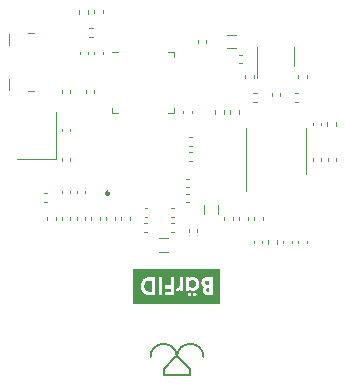
<source format=gbr>
%TF.GenerationSoftware,KiCad,Pcbnew,7.0.5*%
%TF.CreationDate,2023-08-24T03:33:07+02:00*%
%TF.ProjectId,Reader_Module,52656164-6572-45f4-9d6f-64756c652e6b,rev?*%
%TF.SameCoordinates,Original*%
%TF.FileFunction,Legend,Top*%
%TF.FilePolarity,Positive*%
%FSLAX46Y46*%
G04 Gerber Fmt 4.6, Leading zero omitted, Abs format (unit mm)*
G04 Created by KiCad (PCBNEW 7.0.5) date 2023-08-24 03:33:07*
%MOMM*%
%LPD*%
G01*
G04 APERTURE LIST*
%ADD10C,0.150000*%
%ADD11C,0.300000*%
%ADD12C,0.250000*%
%ADD13C,0.120000*%
G04 APERTURE END LIST*
D10*
X124125000Y-93750000D02*
G75*
G03*
X121875000Y-93750000I-1125000J0D01*
G01*
X123000000Y-94750000D02*
X123000000Y-95250000D01*
X120750000Y-94750000D02*
X121750000Y-93750000D01*
X123000000Y-95250000D02*
X120750000Y-95250000D01*
X121875000Y-93750000D02*
G75*
G03*
X119625000Y-93750000I-1125000J0D01*
G01*
X122000000Y-93750000D02*
X123000000Y-94750000D01*
X121750000Y-93750000D02*
X122000000Y-93750000D01*
X120750000Y-95250000D02*
X120750000Y-94750000D01*
D11*
G36*
X119738450Y-88220207D02*
G01*
X119640630Y-88220207D01*
X119623945Y-88220090D01*
X119607549Y-88219738D01*
X119591442Y-88219151D01*
X119575624Y-88218329D01*
X119560095Y-88217273D01*
X119544855Y-88215982D01*
X119529904Y-88214457D01*
X119515242Y-88212697D01*
X119486786Y-88208472D01*
X119459486Y-88203309D01*
X119433343Y-88197206D01*
X119408355Y-88190165D01*
X119384525Y-88182185D01*
X119361850Y-88173267D01*
X119340332Y-88163409D01*
X119319970Y-88152613D01*
X119300765Y-88140878D01*
X119282715Y-88128204D01*
X119265823Y-88114591D01*
X119250086Y-88100040D01*
X119233716Y-88082855D01*
X119218401Y-88064823D01*
X119204143Y-88045944D01*
X119190941Y-88026217D01*
X119178795Y-88005644D01*
X119167706Y-87984223D01*
X119157672Y-87961955D01*
X119148695Y-87938839D01*
X119140774Y-87914877D01*
X119133909Y-87890067D01*
X119128100Y-87864410D01*
X119123347Y-87837906D01*
X119119650Y-87810555D01*
X119117010Y-87782356D01*
X119115426Y-87753310D01*
X119115030Y-87738470D01*
X119114898Y-87723417D01*
X119115119Y-87703918D01*
X119115785Y-87684806D01*
X119116894Y-87666080D01*
X119118447Y-87647740D01*
X119120443Y-87629787D01*
X119122883Y-87612220D01*
X119125767Y-87595039D01*
X119129094Y-87578245D01*
X119132865Y-87561838D01*
X119137080Y-87545816D01*
X119141738Y-87530181D01*
X119146840Y-87514933D01*
X119152386Y-87500071D01*
X119158375Y-87485595D01*
X119164808Y-87471506D01*
X119171684Y-87457803D01*
X119178865Y-87444581D01*
X119190120Y-87425655D01*
X119201955Y-87407817D01*
X119214369Y-87391068D01*
X119227363Y-87375407D01*
X119240936Y-87360834D01*
X119255089Y-87347350D01*
X119269822Y-87334954D01*
X119285134Y-87323646D01*
X119301026Y-87313427D01*
X119317497Y-87304296D01*
X119335146Y-87296178D01*
X119354707Y-87288858D01*
X119368811Y-87284421D01*
X119383765Y-87280340D01*
X119399568Y-87276613D01*
X119416222Y-87273241D01*
X119433726Y-87270225D01*
X119452080Y-87267563D01*
X119471284Y-87265256D01*
X119491338Y-87263304D01*
X119512243Y-87261707D01*
X119533997Y-87260464D01*
X119556601Y-87259577D01*
X119580056Y-87259045D01*
X119604360Y-87258867D01*
X119738450Y-87258867D01*
X119738450Y-88220207D01*
G37*
G36*
X124608164Y-88220207D02*
G01*
X124533792Y-88220207D01*
X124515689Y-88219856D01*
X124498475Y-88218803D01*
X124482149Y-88217048D01*
X124466713Y-88214591D01*
X124447513Y-88210224D01*
X124429893Y-88204608D01*
X124413853Y-88197744D01*
X124399393Y-88189633D01*
X124386513Y-88180273D01*
X124375179Y-88169935D01*
X124365356Y-88158704D01*
X124357044Y-88146579D01*
X124350243Y-88133562D01*
X124344954Y-88119652D01*
X124341176Y-88104848D01*
X124338909Y-88089152D01*
X124338153Y-88072562D01*
X124338949Y-88054897D01*
X124341336Y-88038170D01*
X124345314Y-88022382D01*
X124350884Y-88007533D01*
X124358045Y-87993622D01*
X124366798Y-87980651D01*
X124377142Y-87968618D01*
X124389078Y-87957524D01*
X124395655Y-87952422D01*
X124410081Y-87943206D01*
X124426201Y-87935306D01*
X124444015Y-87928723D01*
X124458488Y-87924650D01*
X124473914Y-87921317D01*
X124490293Y-87918725D01*
X124507625Y-87916873D01*
X124525910Y-87915762D01*
X124545149Y-87915392D01*
X124608164Y-87915392D01*
X124608164Y-88220207D01*
G37*
G36*
X124608164Y-87657472D02*
G01*
X124548446Y-87657472D01*
X124527575Y-87657244D01*
X124507459Y-87656561D01*
X124488099Y-87655424D01*
X124469495Y-87653831D01*
X124451646Y-87651783D01*
X124434553Y-87649280D01*
X124418215Y-87646322D01*
X124402633Y-87642909D01*
X124387807Y-87639040D01*
X124373736Y-87634717D01*
X124354047Y-87627379D01*
X124336058Y-87619016D01*
X124319769Y-87609630D01*
X124305180Y-87599220D01*
X124296307Y-87591817D01*
X124284071Y-87580084D01*
X124273123Y-87567598D01*
X124263463Y-87554358D01*
X124255091Y-87540365D01*
X124248007Y-87525619D01*
X124242211Y-87510119D01*
X124237703Y-87493865D01*
X124234483Y-87476858D01*
X124232551Y-87459098D01*
X124231907Y-87440584D01*
X124232151Y-87429666D01*
X124233428Y-87413906D01*
X124235800Y-87398887D01*
X124240666Y-87380014D01*
X124247478Y-87362457D01*
X124256236Y-87346217D01*
X124266941Y-87331293D01*
X124279592Y-87317686D01*
X124294189Y-87305396D01*
X124302433Y-87299761D01*
X124316515Y-87291991D01*
X124332658Y-87285039D01*
X124350861Y-87278905D01*
X124371126Y-87273589D01*
X124385780Y-87270499D01*
X124401351Y-87267773D01*
X124417837Y-87265410D01*
X124435240Y-87263411D01*
X124453558Y-87261775D01*
X124472792Y-87260503D01*
X124492942Y-87259594D01*
X124514008Y-87259049D01*
X124535990Y-87258867D01*
X124608164Y-87258867D01*
X124608164Y-87657472D01*
G37*
G36*
X123191962Y-87212336D02*
G01*
X123207564Y-87213427D01*
X123222851Y-87215244D01*
X123237824Y-87217789D01*
X123252481Y-87221060D01*
X123266824Y-87225059D01*
X123280852Y-87229784D01*
X123294564Y-87235237D01*
X123307962Y-87241416D01*
X123321046Y-87248323D01*
X123333814Y-87255956D01*
X123346268Y-87264317D01*
X123358406Y-87273404D01*
X123370230Y-87283219D01*
X123381739Y-87293761D01*
X123392933Y-87305029D01*
X123403581Y-87316862D01*
X123413541Y-87329095D01*
X123422815Y-87341729D01*
X123431401Y-87354763D01*
X123439301Y-87368198D01*
X123446514Y-87382034D01*
X123453040Y-87396271D01*
X123458879Y-87410908D01*
X123464031Y-87425947D01*
X123468496Y-87441385D01*
X123472274Y-87457225D01*
X123475365Y-87473465D01*
X123477769Y-87490106D01*
X123479487Y-87507148D01*
X123480517Y-87524590D01*
X123480861Y-87542433D01*
X123480523Y-87560093D01*
X123479510Y-87577352D01*
X123477821Y-87594211D01*
X123475457Y-87610669D01*
X123472417Y-87626726D01*
X123468702Y-87642382D01*
X123464311Y-87657638D01*
X123459245Y-87672493D01*
X123453504Y-87686947D01*
X123447086Y-87701000D01*
X123439994Y-87714653D01*
X123432226Y-87727905D01*
X123423782Y-87740756D01*
X123414663Y-87753207D01*
X123404869Y-87765257D01*
X123394399Y-87776906D01*
X123383418Y-87787997D01*
X123372091Y-87798373D01*
X123360417Y-87808033D01*
X123348397Y-87816977D01*
X123336031Y-87825206D01*
X123323318Y-87832720D01*
X123310259Y-87839517D01*
X123296854Y-87845600D01*
X123283103Y-87850966D01*
X123269005Y-87855617D01*
X123254561Y-87859553D01*
X123239770Y-87862773D01*
X123224633Y-87865277D01*
X123209150Y-87867066D01*
X123193321Y-87868140D01*
X123177145Y-87868497D01*
X123160565Y-87868145D01*
X123144349Y-87867089D01*
X123128497Y-87865329D01*
X123113008Y-87862865D01*
X123097883Y-87859696D01*
X123083121Y-87855823D01*
X123068722Y-87851247D01*
X123054687Y-87845966D01*
X123041016Y-87839981D01*
X123027708Y-87833292D01*
X123014764Y-87825899D01*
X123002183Y-87817802D01*
X122989965Y-87809000D01*
X122978112Y-87799495D01*
X122966621Y-87789285D01*
X122955494Y-87778372D01*
X122944891Y-87766934D01*
X122934972Y-87755062D01*
X122925737Y-87742754D01*
X122917186Y-87730012D01*
X122909320Y-87716834D01*
X122902137Y-87703221D01*
X122895638Y-87689174D01*
X122889823Y-87674691D01*
X122884693Y-87659773D01*
X122880247Y-87644420D01*
X122876484Y-87628632D01*
X122873406Y-87612409D01*
X122871012Y-87595751D01*
X122869301Y-87578657D01*
X122868275Y-87561129D01*
X122867933Y-87543166D01*
X122868275Y-87524885D01*
X122869301Y-87507045D01*
X122871012Y-87489645D01*
X122873406Y-87472687D01*
X122876484Y-87456169D01*
X122880247Y-87440092D01*
X122884693Y-87424455D01*
X122889823Y-87409260D01*
X122895638Y-87394505D01*
X122902137Y-87380191D01*
X122909320Y-87366318D01*
X122917186Y-87352885D01*
X122925737Y-87339894D01*
X122934972Y-87327343D01*
X122944891Y-87315233D01*
X122955494Y-87303564D01*
X122966617Y-87292473D01*
X122978094Y-87282097D01*
X122989927Y-87272437D01*
X123002114Y-87263493D01*
X123014656Y-87255264D01*
X123027554Y-87247750D01*
X123040806Y-87240953D01*
X123054413Y-87234870D01*
X123068375Y-87229504D01*
X123082691Y-87224853D01*
X123097363Y-87220917D01*
X123112390Y-87217697D01*
X123127771Y-87215193D01*
X123143508Y-87213404D01*
X123159599Y-87212330D01*
X123176046Y-87211973D01*
X123191962Y-87212336D01*
G37*
G36*
X125560779Y-89236204D02*
G01*
X118158987Y-89236204D01*
X118158987Y-87718288D01*
X118823272Y-87718288D01*
X118823306Y-87723417D01*
X118823373Y-87733706D01*
X118823678Y-87749003D01*
X118824186Y-87764177D01*
X118824897Y-87779230D01*
X118825812Y-87794162D01*
X118826930Y-87808972D01*
X118829775Y-87838227D01*
X118833433Y-87866995D01*
X118837903Y-87895276D01*
X118843187Y-87923071D01*
X118849284Y-87950380D01*
X118856193Y-87977202D01*
X118863915Y-88003537D01*
X118872450Y-88029386D01*
X118881798Y-88054748D01*
X118891959Y-88079623D01*
X118902933Y-88104012D01*
X118914720Y-88127915D01*
X118927319Y-88151331D01*
X118940547Y-88174101D01*
X118954218Y-88196067D01*
X118968333Y-88217229D01*
X118982892Y-88237587D01*
X118997894Y-88257140D01*
X119013340Y-88275889D01*
X119029230Y-88293833D01*
X119045563Y-88310974D01*
X119062340Y-88327310D01*
X119079561Y-88342842D01*
X119097225Y-88357569D01*
X119115333Y-88371493D01*
X119133884Y-88384612D01*
X119152879Y-88396926D01*
X119172318Y-88408437D01*
X119192201Y-88419143D01*
X119202419Y-88424214D01*
X119223851Y-88433874D01*
X119246611Y-88442890D01*
X119270700Y-88451262D01*
X119296116Y-88458990D01*
X119322861Y-88466074D01*
X119350934Y-88472514D01*
X119365468Y-88475493D01*
X119380334Y-88478310D01*
X119395533Y-88480967D01*
X119411063Y-88483462D01*
X119426926Y-88485797D01*
X119443120Y-88487970D01*
X119459646Y-88489983D01*
X119476505Y-88491834D01*
X119493695Y-88493525D01*
X119511218Y-88495054D01*
X119529072Y-88496423D01*
X119547259Y-88497630D01*
X119565778Y-88498677D01*
X119584628Y-88499562D01*
X119603811Y-88500287D01*
X119623325Y-88500850D01*
X119643172Y-88501253D01*
X119663351Y-88501494D01*
X119683861Y-88501575D01*
X120026046Y-88501575D01*
X120026046Y-86977500D01*
X120348813Y-86977500D01*
X120348813Y-88501575D01*
X120635309Y-88501575D01*
X120865020Y-88501575D01*
X121617166Y-88501575D01*
X121617166Y-88419876D01*
X122779273Y-88419876D01*
X122779315Y-88423774D01*
X122780329Y-88439015D01*
X122782693Y-88453695D01*
X122787548Y-88471257D01*
X122794514Y-88487942D01*
X122803591Y-88503750D01*
X122812372Y-88515766D01*
X122822504Y-88527220D01*
X122825224Y-88529970D01*
X122836470Y-88540097D01*
X122848299Y-88548827D01*
X122863908Y-88557775D01*
X122880428Y-88564540D01*
X122897861Y-88569123D01*
X122912464Y-88571218D01*
X122927651Y-88571917D01*
X122942666Y-88571218D01*
X122960646Y-88568381D01*
X122977749Y-88563362D01*
X122993976Y-88556160D01*
X123009327Y-88546775D01*
X123020976Y-88537696D01*
X123032064Y-88527220D01*
X123034724Y-88524409D01*
X123044519Y-88512814D01*
X123052962Y-88500659D01*
X123061617Y-88484675D01*
X123068161Y-88467815D01*
X123072593Y-88450078D01*
X123074620Y-88435257D01*
X123075295Y-88419876D01*
X123235763Y-88419876D01*
X123235805Y-88423774D01*
X123236818Y-88439015D01*
X123239183Y-88453695D01*
X123244038Y-88471257D01*
X123251004Y-88487942D01*
X123260080Y-88503750D01*
X123268862Y-88515766D01*
X123278994Y-88527220D01*
X123281714Y-88529970D01*
X123292960Y-88540097D01*
X123304789Y-88548827D01*
X123320397Y-88557775D01*
X123336918Y-88564540D01*
X123354350Y-88569123D01*
X123368954Y-88571218D01*
X123384140Y-88571917D01*
X123399156Y-88571218D01*
X123417136Y-88568381D01*
X123434239Y-88563362D01*
X123450466Y-88556160D01*
X123465817Y-88546775D01*
X123477466Y-88537696D01*
X123488554Y-88527220D01*
X123491214Y-88524409D01*
X123501009Y-88512814D01*
X123509452Y-88500659D01*
X123518107Y-88484675D01*
X123524650Y-88467815D01*
X123529083Y-88450078D01*
X123531110Y-88435257D01*
X123531785Y-88419876D01*
X123531616Y-88412026D01*
X123530265Y-88396765D01*
X123527564Y-88382087D01*
X123522286Y-88364561D01*
X123514898Y-88347948D01*
X123507468Y-88335314D01*
X123498687Y-88323264D01*
X123488554Y-88311798D01*
X123477466Y-88301322D01*
X123465817Y-88292243D01*
X123450466Y-88282859D01*
X123434239Y-88275657D01*
X123417136Y-88270637D01*
X123399156Y-88267800D01*
X123384140Y-88267102D01*
X123380289Y-88267145D01*
X123365248Y-88268193D01*
X123350791Y-88270637D01*
X123333541Y-88275657D01*
X123317203Y-88282859D01*
X123301777Y-88292243D01*
X123290094Y-88301322D01*
X123278994Y-88311798D01*
X123273759Y-88317458D01*
X123264302Y-88329216D01*
X123256196Y-88341558D01*
X123247964Y-88357807D01*
X123241842Y-88374967D01*
X123238465Y-88389353D01*
X123236438Y-88404322D01*
X123235763Y-88419876D01*
X123075295Y-88419876D01*
X123075127Y-88412026D01*
X123073776Y-88396765D01*
X123071074Y-88382087D01*
X123065796Y-88364561D01*
X123058408Y-88347948D01*
X123050978Y-88335314D01*
X123042197Y-88323264D01*
X123032064Y-88311798D01*
X123020976Y-88301322D01*
X123009327Y-88292243D01*
X122993976Y-88282859D01*
X122977749Y-88275657D01*
X122960646Y-88270637D01*
X122942666Y-88267800D01*
X122927651Y-88267102D01*
X122923799Y-88267145D01*
X122908758Y-88268193D01*
X122894301Y-88270637D01*
X122877051Y-88275657D01*
X122860713Y-88282859D01*
X122845287Y-88292243D01*
X122833604Y-88301322D01*
X122822504Y-88311798D01*
X122817269Y-88317458D01*
X122807812Y-88329216D01*
X122799706Y-88341558D01*
X122791474Y-88357807D01*
X122785352Y-88374967D01*
X122781975Y-88389353D01*
X122779949Y-88404322D01*
X122779273Y-88419876D01*
X121617166Y-88419876D01*
X121617166Y-88098941D01*
X121787525Y-88098941D01*
X121791252Y-88100631D01*
X121806061Y-88106856D01*
X121820710Y-88112223D01*
X121835199Y-88116731D01*
X121849527Y-88120380D01*
X121867212Y-88123735D01*
X121884647Y-88125747D01*
X121901831Y-88126418D01*
X121920967Y-88125771D01*
X121939726Y-88123830D01*
X121958108Y-88120596D01*
X121976111Y-88116068D01*
X121993737Y-88110246D01*
X122010984Y-88103131D01*
X122027854Y-88094722D01*
X122044346Y-88085019D01*
X122056280Y-88076987D01*
X122071490Y-88065226D01*
X122085898Y-88052263D01*
X122096178Y-88041752D01*
X122106008Y-88030565D01*
X122115387Y-88018701D01*
X122124315Y-88006161D01*
X122132792Y-87992945D01*
X122140818Y-87979053D01*
X122148394Y-87964485D01*
X122148394Y-88102971D01*
X122389461Y-88102971D01*
X122601220Y-88102971D01*
X122881489Y-88102971D01*
X122881489Y-87977308D01*
X122890930Y-87986502D01*
X122905290Y-87999742D01*
X122919888Y-88012318D01*
X122934725Y-88024231D01*
X122949800Y-88035481D01*
X122965113Y-88046067D01*
X122980665Y-88055990D01*
X122996454Y-88065250D01*
X123012483Y-88073846D01*
X123028749Y-88081779D01*
X123045254Y-88089049D01*
X123056383Y-88093574D01*
X123073255Y-88099814D01*
X123090339Y-88105398D01*
X123107636Y-88110324D01*
X123125145Y-88114594D01*
X123142867Y-88118207D01*
X123160801Y-88121163D01*
X123178948Y-88123462D01*
X123197308Y-88125104D01*
X123215879Y-88126089D01*
X123234664Y-88126418D01*
X123261838Y-88125772D01*
X123288497Y-88123836D01*
X123314640Y-88120609D01*
X123340268Y-88116091D01*
X123365381Y-88110282D01*
X123389979Y-88103182D01*
X123414062Y-88094792D01*
X123437630Y-88085110D01*
X123460682Y-88074138D01*
X123483219Y-88061875D01*
X123505241Y-88048321D01*
X123526748Y-88033476D01*
X123547739Y-88017340D01*
X123568216Y-87999913D01*
X123588177Y-87981196D01*
X123607623Y-87961188D01*
X123626211Y-87940215D01*
X123643601Y-87918512D01*
X123659791Y-87896079D01*
X123674782Y-87872917D01*
X123688573Y-87849024D01*
X123701166Y-87824402D01*
X123712559Y-87799050D01*
X123722753Y-87772968D01*
X123731747Y-87746156D01*
X123739542Y-87718614D01*
X123746138Y-87690343D01*
X123748987Y-87675933D01*
X123751535Y-87661341D01*
X123753784Y-87646567D01*
X123755733Y-87631610D01*
X123757382Y-87616471D01*
X123758731Y-87601149D01*
X123759780Y-87585645D01*
X123760530Y-87569958D01*
X123760979Y-87554089D01*
X123761129Y-87538037D01*
X123760974Y-87522568D01*
X123760510Y-87507258D01*
X123759735Y-87492106D01*
X123758651Y-87477112D01*
X123757256Y-87462276D01*
X123755552Y-87447598D01*
X123752628Y-87428128D01*
X123948708Y-87428128D01*
X123948893Y-87440584D01*
X123948958Y-87444930D01*
X123949710Y-87461450D01*
X123950962Y-87477685D01*
X123952715Y-87493638D01*
X123954969Y-87509307D01*
X123957724Y-87524693D01*
X123960980Y-87539796D01*
X123964736Y-87554615D01*
X123968994Y-87569151D01*
X123973752Y-87583403D01*
X123979012Y-87597372D01*
X123984772Y-87611058D01*
X123991033Y-87624460D01*
X123997795Y-87637579D01*
X124005058Y-87650415D01*
X124012822Y-87662967D01*
X124021081Y-87675249D01*
X124029920Y-87687273D01*
X124039341Y-87699040D01*
X124049344Y-87710549D01*
X124059927Y-87721800D01*
X124071091Y-87732794D01*
X124082836Y-87743530D01*
X124095162Y-87754009D01*
X124108069Y-87764230D01*
X124121557Y-87774193D01*
X124135627Y-87783899D01*
X124150277Y-87793347D01*
X124165508Y-87802538D01*
X124181321Y-87811471D01*
X124197714Y-87820146D01*
X124214688Y-87828564D01*
X124204563Y-87836244D01*
X124190046Y-87847889D01*
X124176335Y-87859682D01*
X124163428Y-87871623D01*
X124151326Y-87883712D01*
X124140029Y-87895949D01*
X124129537Y-87908334D01*
X124119850Y-87920867D01*
X124110969Y-87933549D01*
X124102892Y-87946378D01*
X124095620Y-87959356D01*
X124091183Y-87968120D01*
X124085065Y-87981502D01*
X124079591Y-87995168D01*
X124074761Y-88009117D01*
X124070575Y-88023349D01*
X124067033Y-88037865D01*
X124064135Y-88052664D01*
X124061881Y-88067747D01*
X124061376Y-88072562D01*
X124060271Y-88083112D01*
X124059305Y-88098762D01*
X124058983Y-88114694D01*
X124059298Y-88130954D01*
X124060243Y-88146946D01*
X124061817Y-88162668D01*
X124064021Y-88178121D01*
X124066855Y-88193305D01*
X124070318Y-88208220D01*
X124074411Y-88222866D01*
X124079134Y-88237243D01*
X124084486Y-88251351D01*
X124090468Y-88265190D01*
X124097080Y-88278760D01*
X124104321Y-88292060D01*
X124112192Y-88305092D01*
X124120693Y-88317855D01*
X124129823Y-88330348D01*
X124139584Y-88342573D01*
X124149830Y-88354425D01*
X124160512Y-88365803D01*
X124171629Y-88376705D01*
X124183181Y-88387132D01*
X124195168Y-88397084D01*
X124207590Y-88406561D01*
X124220447Y-88415562D01*
X124233739Y-88424089D01*
X124247466Y-88432140D01*
X124261629Y-88439717D01*
X124276226Y-88446818D01*
X124291258Y-88453444D01*
X124306726Y-88459595D01*
X124322628Y-88465270D01*
X124338966Y-88470471D01*
X124355739Y-88475197D01*
X124374646Y-88479911D01*
X124395512Y-88484161D01*
X124410510Y-88486737D01*
X124426378Y-88489107D01*
X124443116Y-88491271D01*
X124460725Y-88493229D01*
X124479203Y-88494980D01*
X124498552Y-88496526D01*
X124518771Y-88497865D01*
X124539859Y-88498999D01*
X124561818Y-88499926D01*
X124584648Y-88500648D01*
X124608347Y-88501163D01*
X124632916Y-88501472D01*
X124658355Y-88501575D01*
X124896492Y-88501575D01*
X124896492Y-86977500D01*
X124471876Y-86977500D01*
X124449287Y-86977707D01*
X124427317Y-86978330D01*
X124405965Y-86979367D01*
X124385231Y-86980820D01*
X124365115Y-86982687D01*
X124345618Y-86984970D01*
X124326739Y-86987668D01*
X124308478Y-86990780D01*
X124290835Y-86994308D01*
X124273810Y-86998251D01*
X124257404Y-87002608D01*
X124241616Y-87007381D01*
X124226446Y-87012569D01*
X124211895Y-87018172D01*
X124197961Y-87024189D01*
X124184646Y-87030622D01*
X124165472Y-87041056D01*
X124146968Y-87052437D01*
X124129134Y-87064764D01*
X124111969Y-87078038D01*
X124095474Y-87092258D01*
X124079649Y-87107426D01*
X124069471Y-87118063D01*
X124059590Y-87129121D01*
X124050008Y-87140600D01*
X124040723Y-87152500D01*
X124031735Y-87164820D01*
X124023045Y-87177562D01*
X124014653Y-87190724D01*
X124006668Y-87204230D01*
X123999197Y-87217915D01*
X123992242Y-87231776D01*
X123985802Y-87245816D01*
X123979877Y-87260032D01*
X123974468Y-87274426D01*
X123969573Y-87288998D01*
X123965194Y-87303747D01*
X123961330Y-87318673D01*
X123957981Y-87333777D01*
X123955148Y-87349059D01*
X123952829Y-87364518D01*
X123951026Y-87380154D01*
X123949738Y-87395968D01*
X123948965Y-87411959D01*
X123948708Y-87428128D01*
X123752628Y-87428128D01*
X123751215Y-87418717D01*
X123745638Y-87390468D01*
X123738821Y-87362852D01*
X123730765Y-87335868D01*
X123721470Y-87309517D01*
X123710936Y-87283799D01*
X123699162Y-87258713D01*
X123686149Y-87234259D01*
X123671897Y-87210438D01*
X123656405Y-87187250D01*
X123639674Y-87164694D01*
X123621703Y-87142771D01*
X123602494Y-87121481D01*
X123582435Y-87101206D01*
X123561919Y-87082240D01*
X123540944Y-87064581D01*
X123519512Y-87048231D01*
X123497622Y-87033188D01*
X123475274Y-87019454D01*
X123452467Y-87007028D01*
X123429203Y-86995909D01*
X123405481Y-86986099D01*
X123381301Y-86977597D01*
X123356663Y-86970403D01*
X123331567Y-86964516D01*
X123306013Y-86959938D01*
X123280001Y-86956668D01*
X123253532Y-86954706D01*
X123226604Y-86954052D01*
X123214568Y-86954185D01*
X123196719Y-86954884D01*
X123179114Y-86956182D01*
X123161754Y-86958078D01*
X123144638Y-86960574D01*
X123127768Y-86963668D01*
X123111142Y-86967362D01*
X123094761Y-86971654D01*
X123078624Y-86976545D01*
X123062732Y-86982035D01*
X123047085Y-86988124D01*
X123036693Y-86992550D01*
X123021114Y-86999818D01*
X123005549Y-87007839D01*
X122989996Y-87016614D01*
X122974457Y-87026142D01*
X122958930Y-87036423D01*
X122943416Y-87047458D01*
X122927915Y-87059246D01*
X122912426Y-87071788D01*
X122896951Y-87085084D01*
X122881489Y-87099132D01*
X122881489Y-86977500D01*
X122601220Y-86977500D01*
X122601220Y-87543166D01*
X122601220Y-88102971D01*
X122389461Y-88102971D01*
X122389461Y-86977500D01*
X122110292Y-86977500D01*
X122110292Y-87436188D01*
X122111025Y-87491509D01*
X122110850Y-87520619D01*
X122110326Y-87548507D01*
X122109453Y-87575173D01*
X122108231Y-87600616D01*
X122106660Y-87624838D01*
X122104739Y-87647837D01*
X122102469Y-87669615D01*
X122099851Y-87690170D01*
X122096882Y-87709502D01*
X122093565Y-87727613D01*
X122089899Y-87744502D01*
X122085883Y-87760168D01*
X122081518Y-87774612D01*
X122074316Y-87793987D01*
X122066328Y-87810612D01*
X122060661Y-87820461D01*
X122051860Y-87834043D01*
X122042698Y-87846195D01*
X122029921Y-87860174D01*
X122016503Y-87871612D01*
X122002443Y-87880507D01*
X121987743Y-87886861D01*
X121972402Y-87890674D01*
X121956419Y-87891945D01*
X121950288Y-87891726D01*
X121934781Y-87889512D01*
X121920149Y-87885717D01*
X121904281Y-87880170D01*
X121890113Y-87874209D01*
X121875086Y-87867032D01*
X121787525Y-88098941D01*
X121617166Y-88098941D01*
X121617166Y-86977500D01*
X121331768Y-86977500D01*
X121331768Y-87657472D01*
X120865020Y-87657472D01*
X120865020Y-87938839D01*
X121331768Y-87938839D01*
X121331768Y-88220207D01*
X120865020Y-88220207D01*
X120865020Y-88501575D01*
X120635309Y-88501575D01*
X120635309Y-86977500D01*
X120348813Y-86977500D01*
X120026046Y-86977500D01*
X119678732Y-86977500D01*
X119660471Y-86977536D01*
X119642552Y-86977645D01*
X119624977Y-86977828D01*
X119607743Y-86978083D01*
X119590853Y-86978412D01*
X119574306Y-86978813D01*
X119558101Y-86979288D01*
X119542239Y-86979835D01*
X119526719Y-86980455D01*
X119511543Y-86981149D01*
X119482218Y-86982755D01*
X119454264Y-86984652D01*
X119427681Y-86986842D01*
X119402469Y-86989323D01*
X119378628Y-86992097D01*
X119356159Y-86995162D01*
X119335060Y-86998520D01*
X119315332Y-87002169D01*
X119296975Y-87006110D01*
X119279989Y-87010343D01*
X119264374Y-87014869D01*
X119249511Y-87019773D01*
X119234779Y-87025144D01*
X119220179Y-87030982D01*
X119205710Y-87037286D01*
X119191373Y-87044056D01*
X119177168Y-87051293D01*
X119163095Y-87058997D01*
X119149153Y-87067167D01*
X119135342Y-87075804D01*
X119121664Y-87084907D01*
X119108117Y-87094477D01*
X119094702Y-87104513D01*
X119081418Y-87115016D01*
X119068266Y-87125986D01*
X119055246Y-87137422D01*
X119042358Y-87149324D01*
X119029708Y-87161702D01*
X119017405Y-87174472D01*
X119005448Y-87187634D01*
X118993837Y-87201188D01*
X118982573Y-87215134D01*
X118971655Y-87229472D01*
X118961083Y-87244203D01*
X118950858Y-87259325D01*
X118940979Y-87274840D01*
X118931446Y-87290747D01*
X118922260Y-87307046D01*
X118913420Y-87323737D01*
X118904927Y-87340820D01*
X118896779Y-87358295D01*
X118888978Y-87376163D01*
X118881524Y-87394422D01*
X118874470Y-87412989D01*
X118867871Y-87431780D01*
X118861727Y-87450793D01*
X118856038Y-87470030D01*
X118850805Y-87489491D01*
X118846026Y-87509174D01*
X118841703Y-87529081D01*
X118837835Y-87549211D01*
X118834421Y-87569564D01*
X118831463Y-87590141D01*
X118828960Y-87610940D01*
X118826912Y-87631963D01*
X118825320Y-87653210D01*
X118824182Y-87674679D01*
X118823499Y-87696372D01*
X118823272Y-87718288D01*
X118158987Y-87718288D01*
X118158987Y-86289767D01*
X125560779Y-86289767D01*
X125560779Y-89236204D01*
G37*
D12*
%TO.C,D1*%
X116125000Y-79875000D02*
G75*
G03*
X116125000Y-79875000I-125000J0D01*
G01*
D13*
%TO.C,R6*%
X128653641Y-72130000D02*
X128346359Y-72130000D01*
X128653641Y-71370000D02*
X128346359Y-71370000D01*
%TO.C,C21*%
X127640000Y-70107836D02*
X127640000Y-69892164D01*
X128360000Y-70107836D02*
X128360000Y-69892164D01*
%TO.C,C23*%
X132860000Y-69892164D02*
X132860000Y-70107836D01*
X132140000Y-69892164D02*
X132140000Y-70107836D01*
%TO.C,C24*%
X133390000Y-74127836D02*
X133390000Y-73912164D01*
X134110000Y-74127836D02*
X134110000Y-73912164D01*
%TO.C,U3*%
X128690000Y-68270000D02*
X128690000Y-70070000D01*
X128690000Y-68270000D02*
X128690000Y-67470000D01*
X131810000Y-68270000D02*
X131810000Y-69070000D01*
X131810000Y-68270000D02*
X131810000Y-67470000D01*
%TO.C,C29*%
X127357836Y-68860000D02*
X127142164Y-68860000D01*
X127357836Y-68140000D02*
X127142164Y-68140000D01*
%TO.C,C8*%
X115610000Y-64392164D02*
X115610000Y-64607836D01*
X114890000Y-64392164D02*
X114890000Y-64607836D01*
%TO.C,SW1*%
X109775000Y-71200000D02*
X109225000Y-71200000D01*
X107650000Y-70175000D02*
X107650000Y-71100000D01*
X107650000Y-66400000D02*
X107650000Y-67325000D01*
X109775000Y-66300000D02*
X109225000Y-66300000D01*
%TO.C,U1*%
X116390000Y-73110000D02*
X116390000Y-72635000D01*
X116865000Y-67890000D02*
X116390000Y-67890000D01*
X116865000Y-73110000D02*
X116390000Y-73110000D01*
X121135000Y-67890000D02*
X121610000Y-67890000D01*
X121135000Y-73110000D02*
X121610000Y-73110000D01*
X121610000Y-67890000D02*
X121610000Y-68365000D01*
X121610000Y-73110000D02*
X121610000Y-72635000D01*
%TO.C,C14*%
X117140000Y-82107836D02*
X117140000Y-81892164D01*
X117860000Y-82107836D02*
X117860000Y-81892164D01*
%TO.C,R9*%
X134620000Y-74173641D02*
X134620000Y-73866359D01*
X135380000Y-74173641D02*
X135380000Y-73866359D01*
%TO.C,C35*%
X122642164Y-79890000D02*
X122857836Y-79890000D01*
X122642164Y-80610000D02*
X122857836Y-80610000D01*
%TO.C,C9*%
X114110000Y-79642164D02*
X114110000Y-79857836D01*
X113390000Y-79642164D02*
X113390000Y-79857836D01*
%TO.C,C19*%
X135360000Y-76892164D02*
X135360000Y-77107836D01*
X134640000Y-76892164D02*
X134640000Y-77107836D01*
%TO.C,C5*%
X123107836Y-75860000D02*
X122892164Y-75860000D01*
X123107836Y-75140000D02*
X122892164Y-75140000D01*
%TO.C,L2*%
X124190000Y-81649622D02*
X124190000Y-80850378D01*
X125310000Y-81649622D02*
X125310000Y-80850378D01*
%TO.C,C20*%
X134110000Y-76892164D02*
X134110000Y-77107836D01*
X133390000Y-76892164D02*
X133390000Y-77107836D01*
%TO.C,R1*%
X114380000Y-64346359D02*
X114380000Y-64653641D01*
X113620000Y-64346359D02*
X113620000Y-64653641D01*
%TO.C,C11*%
X112140000Y-82107836D02*
X112140000Y-81892164D01*
X112860000Y-82107836D02*
X112860000Y-81892164D01*
%TO.C,C4*%
X114360000Y-67892164D02*
X114360000Y-68107836D01*
X113640000Y-67892164D02*
X113640000Y-68107836D01*
%TO.C,C27*%
X129110000Y-83892164D02*
X129110000Y-84107836D01*
X128390000Y-83892164D02*
X128390000Y-84107836D01*
%TO.C,C36*%
X122857836Y-79360000D02*
X122642164Y-79360000D01*
X122857836Y-78640000D02*
X122642164Y-78640000D01*
%TO.C,L1*%
X120350378Y-83690000D02*
X121149622Y-83690000D01*
X120350378Y-84810000D02*
X121149622Y-84810000D01*
%TO.C,C16*%
X114640000Y-82107836D02*
X114640000Y-81892164D01*
X115360000Y-82107836D02*
X115360000Y-81892164D01*
%TO.C,C30*%
X119142164Y-81140000D02*
X119357836Y-81140000D01*
X119142164Y-81860000D02*
X119357836Y-81860000D01*
%TO.C,R10*%
X129620000Y-84153641D02*
X129620000Y-83846359D01*
X130380000Y-84153641D02*
X130380000Y-83846359D01*
%TO.C,C22*%
X129890000Y-71607836D02*
X129890000Y-71392164D01*
X130610000Y-71607836D02*
X130610000Y-71392164D01*
%TO.C,C18*%
X112860000Y-74392164D02*
X112860000Y-74607836D01*
X112140000Y-74392164D02*
X112140000Y-74607836D01*
%TO.C,C31*%
X119337836Y-83110000D02*
X119122164Y-83110000D01*
X119337836Y-82390000D02*
X119122164Y-82390000D01*
%TO.C,C3*%
X115610000Y-67892164D02*
X115610000Y-68107836D01*
X114890000Y-67892164D02*
X114890000Y-68107836D01*
%TO.C,C28*%
X123640000Y-67107836D02*
X123640000Y-66892164D01*
X124360000Y-67107836D02*
X124360000Y-66892164D01*
%TO.C,C1*%
X114140000Y-71357836D02*
X114140000Y-71142164D01*
X114860000Y-71357836D02*
X114860000Y-71142164D01*
%TO.C,R8*%
X132153641Y-72130000D02*
X131846359Y-72130000D01*
X132153641Y-71370000D02*
X131846359Y-71370000D01*
%TO.C,C33*%
X121607836Y-81860000D02*
X121392164Y-81860000D01*
X121607836Y-81140000D02*
X121392164Y-81140000D01*
%TO.C,C32*%
X121392164Y-82390000D02*
X121607836Y-82390000D01*
X121392164Y-83110000D02*
X121607836Y-83110000D01*
%TO.C,C7*%
X112860000Y-71142164D02*
X112860000Y-71357836D01*
X112140000Y-71142164D02*
X112140000Y-71357836D01*
%TO.C,C15*%
X113390000Y-82107836D02*
X113390000Y-81892164D01*
X114110000Y-82107836D02*
X114110000Y-81892164D01*
%TO.C,FB2*%
X126100378Y-66440000D02*
X126899622Y-66440000D01*
X126100378Y-67560000D02*
X126899622Y-67560000D01*
%TO.C,C17*%
X112140000Y-77107836D02*
X112140000Y-76892164D01*
X112860000Y-77107836D02*
X112860000Y-76892164D01*
%TO.C,C38*%
X127140000Y-82107836D02*
X127140000Y-81892164D01*
X127860000Y-82107836D02*
X127860000Y-81892164D01*
%TO.C,R11*%
X129130000Y-81846359D02*
X129130000Y-82153641D01*
X128370000Y-81846359D02*
X128370000Y-82153641D01*
%TO.C,C2*%
X122390000Y-73107836D02*
X122390000Y-72892164D01*
X123110000Y-73107836D02*
X123110000Y-72892164D01*
%TO.C,C6*%
X123107836Y-77110000D02*
X122892164Y-77110000D01*
X123107836Y-76390000D02*
X122892164Y-76390000D01*
%TO.C,C10*%
X112860000Y-79642164D02*
X112860000Y-79857836D01*
X112140000Y-79642164D02*
X112140000Y-79857836D01*
%TO.C,C12*%
X110890000Y-82107836D02*
X110890000Y-81892164D01*
X111610000Y-82107836D02*
X111610000Y-81892164D01*
%TO.C,C13*%
X115890000Y-82107836D02*
X115890000Y-81892164D01*
X116610000Y-82107836D02*
X116610000Y-81892164D01*
%TO.C,R4*%
X114753641Y-66630000D02*
X114446359Y-66630000D01*
X114753641Y-65870000D02*
X114446359Y-65870000D01*
%TO.C,C25*%
X132140000Y-84107836D02*
X132140000Y-83892164D01*
X132860000Y-84107836D02*
X132860000Y-83892164D01*
%TO.C,R5*%
X127130000Y-72846359D02*
X127130000Y-73153641D01*
X126370000Y-72846359D02*
X126370000Y-73153641D01*
%TO.C,R7*%
X125880000Y-72846359D02*
X125880000Y-73153641D01*
X125120000Y-72846359D02*
X125120000Y-73153641D01*
%TO.C,U2*%
X127690000Y-76250000D02*
X127690000Y-79700000D01*
X127690000Y-76250000D02*
X127690000Y-74300000D01*
X132810000Y-76250000D02*
X132810000Y-78200000D01*
X132810000Y-76250000D02*
X132810000Y-74300000D01*
%TO.C,C37*%
X125890000Y-82107836D02*
X125890000Y-81892164D01*
X126610000Y-82107836D02*
X126610000Y-81892164D01*
%TO.C,C26*%
X130890000Y-84107836D02*
X130890000Y-83892164D01*
X131610000Y-84107836D02*
X131610000Y-83892164D01*
%TO.C,Y1*%
X108350000Y-77000000D02*
X111650000Y-77000000D01*
X111650000Y-77000000D02*
X111650000Y-73000000D01*
%TO.C,C34*%
X122890000Y-83107836D02*
X122890000Y-82892164D01*
X123610000Y-83107836D02*
X123610000Y-82892164D01*
%TO.C,R3*%
X110596359Y-79870000D02*
X110903641Y-79870000D01*
X110596359Y-80630000D02*
X110903641Y-80630000D01*
%TD*%
M02*

</source>
